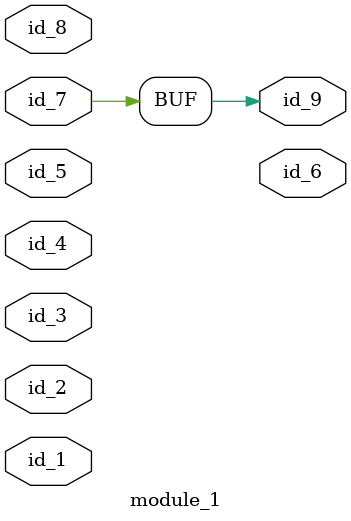
<source format=v>
module module_0 (
    id_1,
    id_2,
    id_3,
    id_4,
    id_5,
    id_6,
    id_7,
    id_8,
    id_9
);
  output wire id_9;
  input wire id_8;
  inout wire id_7;
  input wire id_6;
  inout wire id_5;
  input wire id_4;
  output wire id_3;
  input wire id_2;
  input wire id_1;
  assign id_5 = id_8[$realtime];
  wire id_10;
  assign module_1.id_10 = 0;
  assign id_5 = (id_6);
  wire  id_11  ,  id_12  ,  id_13  ,  id_14  ,  id_15  ,  id_16  ,  id_17  ,  id_18  ,  id_19  ,  id_20  ,  id_21  ,  id_22  ,  id_23  ,  id_24  ,  id_25  ,  id_26  ,  id_27  ,  id_28  ;
endmodule
module module_1 (
    id_1,
    id_2,
    id_3,
    id_4,
    id_5,
    id_6,
    id_7,
    id_8,
    id_9
);
  output wire id_9;
  input wire id_8;
  input wire id_7;
  output wire id_6;
  input wire id_5;
  input wire id_4;
  inout wire id_3;
  input wire id_2;
  input wire id_1;
  assign id_9 = $realtime ? id_7 : id_7;
  reg id_10;
  wor id_11;
  module_0 modCall_1 (
      id_2,
      id_7,
      id_11,
      id_7,
      id_11,
      id_2,
      id_11,
      id_3,
      id_11
  );
  always @(id_1) if (1'd0) id_10 <= id_10;
  specify
    (id_12 - => id_13) = (1  : $realtime : -1'b0, id_4  : id_11 + id_1  : id_3[-1]);
    $width(negedge id_14, -1, id_11, id_15);
  endspecify
endmodule

</source>
